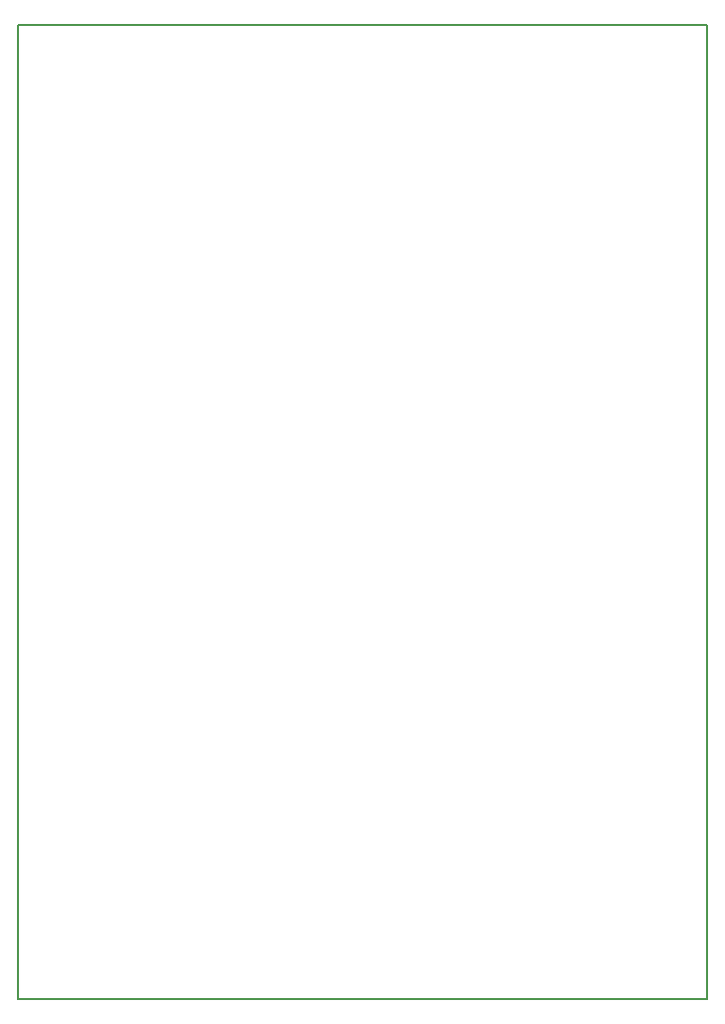
<source format=gbr>
G04 #@! TF.FileFunction,Profile,NP*
%FSLAX46Y46*%
G04 Gerber Fmt 4.6, Leading zero omitted, Abs format (unit mm)*
G04 Created by KiCad (PCBNEW 4.0.7) date 11/10/18 18:38:00*
%MOMM*%
%LPD*%
G01*
G04 APERTURE LIST*
%ADD10C,0.100000*%
%ADD11C,0.150000*%
G04 APERTURE END LIST*
D10*
D11*
X17780000Y-15240000D02*
X76200000Y-15240000D01*
X17780000Y-97790000D02*
X17780000Y-15240000D01*
X76200000Y-97790000D02*
X17780000Y-97790000D01*
X76200000Y-15240000D02*
X76200000Y-97790000D01*
M02*

</source>
